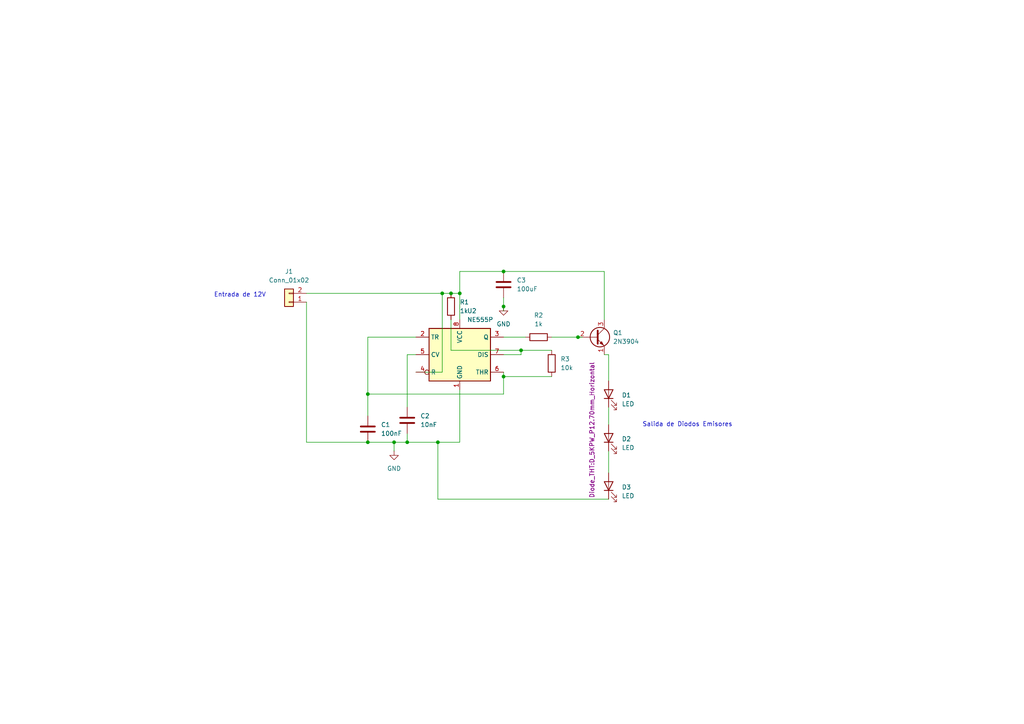
<source format=kicad_sch>
(kicad_sch
	(version 20250114)
	(generator "eeschema")
	(generator_version "9.0")
	(uuid "8083a9ed-a5b5-4c32-bc8c-34d6ea875c17")
	(paper "A4")
	(lib_symbols
		(symbol "Connector_Generic:Conn_01x02"
			(pin_names
				(offset 1.016)
				(hide yes)
			)
			(exclude_from_sim no)
			(in_bom yes)
			(on_board yes)
			(property "Reference" "J"
				(at 0 2.54 0)
				(effects
					(font
						(size 1.27 1.27)
					)
				)
			)
			(property "Value" "Conn_01x02"
				(at 0 -5.08 0)
				(effects
					(font
						(size 1.27 1.27)
					)
				)
			)
			(property "Footprint" ""
				(at 0 0 0)
				(effects
					(font
						(size 1.27 1.27)
					)
					(hide yes)
				)
			)
			(property "Datasheet" "~"
				(at 0 0 0)
				(effects
					(font
						(size 1.27 1.27)
					)
					(hide yes)
				)
			)
			(property "Description" "Generic connector, single row, 01x02, script generated (kicad-library-utils/schlib/autogen/connector/)"
				(at 0 0 0)
				(effects
					(font
						(size 1.27 1.27)
					)
					(hide yes)
				)
			)
			(property "ki_keywords" "connector"
				(at 0 0 0)
				(effects
					(font
						(size 1.27 1.27)
					)
					(hide yes)
				)
			)
			(property "ki_fp_filters" "Connector*:*_1x??_*"
				(at 0 0 0)
				(effects
					(font
						(size 1.27 1.27)
					)
					(hide yes)
				)
			)
			(symbol "Conn_01x02_1_1"
				(rectangle
					(start -1.27 1.27)
					(end 1.27 -3.81)
					(stroke
						(width 0.254)
						(type default)
					)
					(fill
						(type background)
					)
				)
				(rectangle
					(start -1.27 0.127)
					(end 0 -0.127)
					(stroke
						(width 0.1524)
						(type default)
					)
					(fill
						(type none)
					)
				)
				(rectangle
					(start -1.27 -2.413)
					(end 0 -2.667)
					(stroke
						(width 0.1524)
						(type default)
					)
					(fill
						(type none)
					)
				)
				(pin passive line
					(at -5.08 0 0)
					(length 3.81)
					(name "Pin_1"
						(effects
							(font
								(size 1.27 1.27)
							)
						)
					)
					(number "1"
						(effects
							(font
								(size 1.27 1.27)
							)
						)
					)
				)
				(pin passive line
					(at -5.08 -2.54 0)
					(length 3.81)
					(name "Pin_2"
						(effects
							(font
								(size 1.27 1.27)
							)
						)
					)
					(number "2"
						(effects
							(font
								(size 1.27 1.27)
							)
						)
					)
				)
			)
			(embedded_fonts no)
		)
		(symbol "Device:C"
			(pin_numbers
				(hide yes)
			)
			(pin_names
				(offset 0.254)
			)
			(exclude_from_sim no)
			(in_bom yes)
			(on_board yes)
			(property "Reference" "C"
				(at 0.635 2.54 0)
				(effects
					(font
						(size 1.27 1.27)
					)
					(justify left)
				)
			)
			(property "Value" "C"
				(at 0.635 -2.54 0)
				(effects
					(font
						(size 1.27 1.27)
					)
					(justify left)
				)
			)
			(property "Footprint" ""
				(at 0.9652 -3.81 0)
				(effects
					(font
						(size 1.27 1.27)
					)
					(hide yes)
				)
			)
			(property "Datasheet" "~"
				(at 0 0 0)
				(effects
					(font
						(size 1.27 1.27)
					)
					(hide yes)
				)
			)
			(property "Description" "Unpolarized capacitor"
				(at 0 0 0)
				(effects
					(font
						(size 1.27 1.27)
					)
					(hide yes)
				)
			)
			(property "ki_keywords" "cap capacitor"
				(at 0 0 0)
				(effects
					(font
						(size 1.27 1.27)
					)
					(hide yes)
				)
			)
			(property "ki_fp_filters" "C_*"
				(at 0 0 0)
				(effects
					(font
						(size 1.27 1.27)
					)
					(hide yes)
				)
			)
			(symbol "C_0_1"
				(polyline
					(pts
						(xy -2.032 0.762) (xy 2.032 0.762)
					)
					(stroke
						(width 0.508)
						(type default)
					)
					(fill
						(type none)
					)
				)
				(polyline
					(pts
						(xy -2.032 -0.762) (xy 2.032 -0.762)
					)
					(stroke
						(width 0.508)
						(type default)
					)
					(fill
						(type none)
					)
				)
			)
			(symbol "C_1_1"
				(pin passive line
					(at 0 3.81 270)
					(length 2.794)
					(name "~"
						(effects
							(font
								(size 1.27 1.27)
							)
						)
					)
					(number "1"
						(effects
							(font
								(size 1.27 1.27)
							)
						)
					)
				)
				(pin passive line
					(at 0 -3.81 90)
					(length 2.794)
					(name "~"
						(effects
							(font
								(size 1.27 1.27)
							)
						)
					)
					(number "2"
						(effects
							(font
								(size 1.27 1.27)
							)
						)
					)
				)
			)
			(embedded_fonts no)
		)
		(symbol "Device:LED"
			(pin_numbers
				(hide yes)
			)
			(pin_names
				(offset 1.016)
				(hide yes)
			)
			(exclude_from_sim no)
			(in_bom yes)
			(on_board yes)
			(property "Reference" "D"
				(at 0 2.54 0)
				(effects
					(font
						(size 1.27 1.27)
					)
				)
			)
			(property "Value" "LED"
				(at 0 -2.54 0)
				(effects
					(font
						(size 1.27 1.27)
					)
				)
			)
			(property "Footprint" ""
				(at 0 0 0)
				(effects
					(font
						(size 1.27 1.27)
					)
					(hide yes)
				)
			)
			(property "Datasheet" "~"
				(at 0 0 0)
				(effects
					(font
						(size 1.27 1.27)
					)
					(hide yes)
				)
			)
			(property "Description" "Light emitting diode"
				(at 0 0 0)
				(effects
					(font
						(size 1.27 1.27)
					)
					(hide yes)
				)
			)
			(property "Sim.Pins" "1=K 2=A"
				(at 0 0 0)
				(effects
					(font
						(size 1.27 1.27)
					)
					(hide yes)
				)
			)
			(property "ki_keywords" "LED diode"
				(at 0 0 0)
				(effects
					(font
						(size 1.27 1.27)
					)
					(hide yes)
				)
			)
			(property "ki_fp_filters" "LED* LED_SMD:* LED_THT:*"
				(at 0 0 0)
				(effects
					(font
						(size 1.27 1.27)
					)
					(hide yes)
				)
			)
			(symbol "LED_0_1"
				(polyline
					(pts
						(xy -3.048 -0.762) (xy -4.572 -2.286) (xy -3.81 -2.286) (xy -4.572 -2.286) (xy -4.572 -1.524)
					)
					(stroke
						(width 0)
						(type default)
					)
					(fill
						(type none)
					)
				)
				(polyline
					(pts
						(xy -1.778 -0.762) (xy -3.302 -2.286) (xy -2.54 -2.286) (xy -3.302 -2.286) (xy -3.302 -1.524)
					)
					(stroke
						(width 0)
						(type default)
					)
					(fill
						(type none)
					)
				)
				(polyline
					(pts
						(xy -1.27 0) (xy 1.27 0)
					)
					(stroke
						(width 0)
						(type default)
					)
					(fill
						(type none)
					)
				)
				(polyline
					(pts
						(xy -1.27 -1.27) (xy -1.27 1.27)
					)
					(stroke
						(width 0.254)
						(type default)
					)
					(fill
						(type none)
					)
				)
				(polyline
					(pts
						(xy 1.27 -1.27) (xy 1.27 1.27) (xy -1.27 0) (xy 1.27 -1.27)
					)
					(stroke
						(width 0.254)
						(type default)
					)
					(fill
						(type none)
					)
				)
			)
			(symbol "LED_1_1"
				(pin passive line
					(at -3.81 0 0)
					(length 2.54)
					(name "K"
						(effects
							(font
								(size 1.27 1.27)
							)
						)
					)
					(number "1"
						(effects
							(font
								(size 1.27 1.27)
							)
						)
					)
				)
				(pin passive line
					(at 3.81 0 180)
					(length 2.54)
					(name "A"
						(effects
							(font
								(size 1.27 1.27)
							)
						)
					)
					(number "2"
						(effects
							(font
								(size 1.27 1.27)
							)
						)
					)
				)
			)
			(embedded_fonts no)
		)
		(symbol "Device:R"
			(pin_numbers
				(hide yes)
			)
			(pin_names
				(offset 0)
			)
			(exclude_from_sim no)
			(in_bom yes)
			(on_board yes)
			(property "Reference" "R"
				(at 2.032 0 90)
				(effects
					(font
						(size 1.27 1.27)
					)
				)
			)
			(property "Value" "R"
				(at 0 0 90)
				(effects
					(font
						(size 1.27 1.27)
					)
				)
			)
			(property "Footprint" ""
				(at -1.778 0 90)
				(effects
					(font
						(size 1.27 1.27)
					)
					(hide yes)
				)
			)
			(property "Datasheet" "~"
				(at 0 0 0)
				(effects
					(font
						(size 1.27 1.27)
					)
					(hide yes)
				)
			)
			(property "Description" "Resistor"
				(at 0 0 0)
				(effects
					(font
						(size 1.27 1.27)
					)
					(hide yes)
				)
			)
			(property "ki_keywords" "R res resistor"
				(at 0 0 0)
				(effects
					(font
						(size 1.27 1.27)
					)
					(hide yes)
				)
			)
			(property "ki_fp_filters" "R_*"
				(at 0 0 0)
				(effects
					(font
						(size 1.27 1.27)
					)
					(hide yes)
				)
			)
			(symbol "R_0_1"
				(rectangle
					(start -1.016 -2.54)
					(end 1.016 2.54)
					(stroke
						(width 0.254)
						(type default)
					)
					(fill
						(type none)
					)
				)
			)
			(symbol "R_1_1"
				(pin passive line
					(at 0 3.81 270)
					(length 1.27)
					(name "~"
						(effects
							(font
								(size 1.27 1.27)
							)
						)
					)
					(number "1"
						(effects
							(font
								(size 1.27 1.27)
							)
						)
					)
				)
				(pin passive line
					(at 0 -3.81 90)
					(length 1.27)
					(name "~"
						(effects
							(font
								(size 1.27 1.27)
							)
						)
					)
					(number "2"
						(effects
							(font
								(size 1.27 1.27)
							)
						)
					)
				)
			)
			(embedded_fonts no)
		)
		(symbol "Timer:NE555P"
			(exclude_from_sim no)
			(in_bom yes)
			(on_board yes)
			(property "Reference" "U"
				(at -10.16 8.89 0)
				(effects
					(font
						(size 1.27 1.27)
					)
					(justify left)
				)
			)
			(property "Value" "NE555P"
				(at 2.54 8.89 0)
				(effects
					(font
						(size 1.27 1.27)
					)
					(justify left)
				)
			)
			(property "Footprint" "Package_DIP:DIP-8_W7.62mm"
				(at 16.51 -10.16 0)
				(effects
					(font
						(size 1.27 1.27)
					)
					(hide yes)
				)
			)
			(property "Datasheet" "http://www.ti.com/lit/ds/symlink/ne555.pdf"
				(at 21.59 -10.16 0)
				(effects
					(font
						(size 1.27 1.27)
					)
					(hide yes)
				)
			)
			(property "Description" "Precision Timers, 555 compatible,  PDIP-8"
				(at 0 0 0)
				(effects
					(font
						(size 1.27 1.27)
					)
					(hide yes)
				)
			)
			(property "ki_keywords" "single timer 555"
				(at 0 0 0)
				(effects
					(font
						(size 1.27 1.27)
					)
					(hide yes)
				)
			)
			(property "ki_fp_filters" "DIP*W7.62mm*"
				(at 0 0 0)
				(effects
					(font
						(size 1.27 1.27)
					)
					(hide yes)
				)
			)
			(symbol "NE555P_0_0"
				(pin power_in line
					(at 0 10.16 270)
					(length 2.54)
					(name "VCC"
						(effects
							(font
								(size 1.27 1.27)
							)
						)
					)
					(number "8"
						(effects
							(font
								(size 1.27 1.27)
							)
						)
					)
				)
				(pin power_in line
					(at 0 -10.16 90)
					(length 2.54)
					(name "GND"
						(effects
							(font
								(size 1.27 1.27)
							)
						)
					)
					(number "1"
						(effects
							(font
								(size 1.27 1.27)
							)
						)
					)
				)
			)
			(symbol "NE555P_0_1"
				(rectangle
					(start -8.89 -7.62)
					(end 8.89 7.62)
					(stroke
						(width 0.254)
						(type default)
					)
					(fill
						(type background)
					)
				)
				(rectangle
					(start -8.89 -7.62)
					(end 8.89 7.62)
					(stroke
						(width 0.254)
						(type default)
					)
					(fill
						(type background)
					)
				)
			)
			(symbol "NE555P_1_1"
				(pin input line
					(at -12.7 5.08 0)
					(length 3.81)
					(name "TR"
						(effects
							(font
								(size 1.27 1.27)
							)
						)
					)
					(number "2"
						(effects
							(font
								(size 1.27 1.27)
							)
						)
					)
				)
				(pin input line
					(at -12.7 0 0)
					(length 3.81)
					(name "CV"
						(effects
							(font
								(size 1.27 1.27)
							)
						)
					)
					(number "5"
						(effects
							(font
								(size 1.27 1.27)
							)
						)
					)
				)
				(pin input inverted
					(at -12.7 -5.08 0)
					(length 3.81)
					(name "R"
						(effects
							(font
								(size 1.27 1.27)
							)
						)
					)
					(number "4"
						(effects
							(font
								(size 1.27 1.27)
							)
						)
					)
				)
				(pin output line
					(at 12.7 5.08 180)
					(length 3.81)
					(name "Q"
						(effects
							(font
								(size 1.27 1.27)
							)
						)
					)
					(number "3"
						(effects
							(font
								(size 1.27 1.27)
							)
						)
					)
				)
				(pin input line
					(at 12.7 0 180)
					(length 3.81)
					(name "DIS"
						(effects
							(font
								(size 1.27 1.27)
							)
						)
					)
					(number "7"
						(effects
							(font
								(size 1.27 1.27)
							)
						)
					)
				)
				(pin input line
					(at 12.7 -5.08 180)
					(length 3.81)
					(name "THR"
						(effects
							(font
								(size 1.27 1.27)
							)
						)
					)
					(number "6"
						(effects
							(font
								(size 1.27 1.27)
							)
						)
					)
				)
			)
			(embedded_fonts no)
		)
		(symbol "Transistor_BJT:2N3904"
			(pin_names
				(offset 0)
				(hide yes)
			)
			(exclude_from_sim no)
			(in_bom yes)
			(on_board yes)
			(property "Reference" "Q"
				(at 5.08 1.905 0)
				(effects
					(font
						(size 1.27 1.27)
					)
					(justify left)
				)
			)
			(property "Value" "2N3904"
				(at 5.08 0 0)
				(effects
					(font
						(size 1.27 1.27)
					)
					(justify left)
				)
			)
			(property "Footprint" "Package_TO_SOT_THT:TO-92_Inline"
				(at 5.08 -1.905 0)
				(effects
					(font
						(size 1.27 1.27)
						(italic yes)
					)
					(justify left)
					(hide yes)
				)
			)
			(property "Datasheet" "https://www.onsemi.com/pub/Collateral/2N3903-D.PDF"
				(at 0 0 0)
				(effects
					(font
						(size 1.27 1.27)
					)
					(justify left)
					(hide yes)
				)
			)
			(property "Description" "0.2A Ic, 40V Vce, Small Signal NPN Transistor, TO-92"
				(at 0 0 0)
				(effects
					(font
						(size 1.27 1.27)
					)
					(hide yes)
				)
			)
			(property "ki_keywords" "NPN Transistor"
				(at 0 0 0)
				(effects
					(font
						(size 1.27 1.27)
					)
					(hide yes)
				)
			)
			(property "ki_fp_filters" "TO?92*"
				(at 0 0 0)
				(effects
					(font
						(size 1.27 1.27)
					)
					(hide yes)
				)
			)
			(symbol "2N3904_0_1"
				(polyline
					(pts
						(xy -2.54 0) (xy 0.635 0)
					)
					(stroke
						(width 0)
						(type default)
					)
					(fill
						(type none)
					)
				)
				(polyline
					(pts
						(xy 0.635 1.905) (xy 0.635 -1.905)
					)
					(stroke
						(width 0.508)
						(type default)
					)
					(fill
						(type none)
					)
				)
				(circle
					(center 1.27 0)
					(radius 2.8194)
					(stroke
						(width 0.254)
						(type default)
					)
					(fill
						(type none)
					)
				)
			)
			(symbol "2N3904_1_1"
				(polyline
					(pts
						(xy 0.635 0.635) (xy 2.54 2.54)
					)
					(stroke
						(width 0)
						(type default)
					)
					(fill
						(type none)
					)
				)
				(polyline
					(pts
						(xy 0.635 -0.635) (xy 2.54 -2.54)
					)
					(stroke
						(width 0)
						(type default)
					)
					(fill
						(type none)
					)
				)
				(polyline
					(pts
						(xy 1.27 -1.778) (xy 1.778 -1.27) (xy 2.286 -2.286) (xy 1.27 -1.778)
					)
					(stroke
						(width 0)
						(type default)
					)
					(fill
						(type outline)
					)
				)
				(pin input line
					(at -5.08 0 0)
					(length 2.54)
					(name "B"
						(effects
							(font
								(size 1.27 1.27)
							)
						)
					)
					(number "2"
						(effects
							(font
								(size 1.27 1.27)
							)
						)
					)
				)
				(pin passive line
					(at 2.54 5.08 270)
					(length 2.54)
					(name "C"
						(effects
							(font
								(size 1.27 1.27)
							)
						)
					)
					(number "3"
						(effects
							(font
								(size 1.27 1.27)
							)
						)
					)
				)
				(pin passive line
					(at 2.54 -5.08 90)
					(length 2.54)
					(name "E"
						(effects
							(font
								(size 1.27 1.27)
							)
						)
					)
					(number "1"
						(effects
							(font
								(size 1.27 1.27)
							)
						)
					)
				)
			)
			(embedded_fonts no)
		)
		(symbol "power:GND"
			(power)
			(pin_numbers
				(hide yes)
			)
			(pin_names
				(offset 0)
				(hide yes)
			)
			(exclude_from_sim no)
			(in_bom yes)
			(on_board yes)
			(property "Reference" "#PWR"
				(at 0 -6.35 0)
				(effects
					(font
						(size 1.27 1.27)
					)
					(hide yes)
				)
			)
			(property "Value" "GND"
				(at 0 -3.81 0)
				(effects
					(font
						(size 1.27 1.27)
					)
				)
			)
			(property "Footprint" ""
				(at 0 0 0)
				(effects
					(font
						(size 1.27 1.27)
					)
					(hide yes)
				)
			)
			(property "Datasheet" ""
				(at 0 0 0)
				(effects
					(font
						(size 1.27 1.27)
					)
					(hide yes)
				)
			)
			(property "Description" "Power symbol creates a global label with name \"GND\" , ground"
				(at 0 0 0)
				(effects
					(font
						(size 1.27 1.27)
					)
					(hide yes)
				)
			)
			(property "ki_keywords" "global power"
				(at 0 0 0)
				(effects
					(font
						(size 1.27 1.27)
					)
					(hide yes)
				)
			)
			(symbol "GND_0_1"
				(polyline
					(pts
						(xy 0 0) (xy 0 -1.27) (xy 1.27 -1.27) (xy 0 -2.54) (xy -1.27 -1.27) (xy 0 -1.27)
					)
					(stroke
						(width 0)
						(type default)
					)
					(fill
						(type none)
					)
				)
			)
			(symbol "GND_1_1"
				(pin power_in line
					(at 0 0 270)
					(length 0)
					(name "~"
						(effects
							(font
								(size 1.27 1.27)
							)
						)
					)
					(number "1"
						(effects
							(font
								(size 1.27 1.27)
							)
						)
					)
				)
			)
			(embedded_fonts no)
		)
	)
	(text "Entrada de 12V"
		(exclude_from_sim no)
		(at 69.596 85.598 0)
		(effects
			(font
				(size 1.27 1.27)
			)
		)
		(uuid "0a7b9ca0-d3fe-43c8-8c60-0c1d7f79da04")
	)
	(text "Salida de Diodos Emisores"
		(exclude_from_sim no)
		(at 199.39 123.19 0)
		(effects
			(font
				(size 1.27 1.27)
			)
		)
		(uuid "a18945da-bc85-4dff-b640-f7044bb22314")
	)
	(junction
		(at 118.11 128.27)
		(diameter 0)
		(color 0 0 0 0)
		(uuid "14e57093-633b-47d8-93b8-80e354720391")
	)
	(junction
		(at 114.3 128.27)
		(diameter 0)
		(color 0 0 0 0)
		(uuid "376a20dc-dd73-4ed8-bb2a-a09357ad01ee")
	)
	(junction
		(at 106.68 114.3)
		(diameter 0)
		(color 0 0 0 0)
		(uuid "3ca1b48d-0cb9-4772-8797-b9ee486dedda")
	)
	(junction
		(at 146.05 88.9)
		(diameter 0)
		(color 0 0 0 0)
		(uuid "3f4d498d-32a2-43d0-9837-267d6e0e677b")
	)
	(junction
		(at 146.05 109.22)
		(diameter 0)
		(color 0 0 0 0)
		(uuid "4546f969-af08-4748-9cb1-a0ebc6b34acf")
	)
	(junction
		(at 130.81 85.09)
		(diameter 0)
		(color 0 0 0 0)
		(uuid "60421b54-4b26-43a1-a7cd-381dc159f9d2")
	)
	(junction
		(at 151.13 101.6)
		(diameter 0)
		(color 0 0 0 0)
		(uuid "72f562bd-671e-4c2b-9ff3-ecaf69af25b6")
	)
	(junction
		(at 127 128.27)
		(diameter 0)
		(color 0 0 0 0)
		(uuid "773e7a39-515c-493f-8e3e-590a6c33d28e")
	)
	(junction
		(at 106.68 128.27)
		(diameter 0)
		(color 0 0 0 0)
		(uuid "8d9c4e57-a31c-4d97-9891-788b482ab289")
	)
	(junction
		(at 146.05 78.74)
		(diameter 0)
		(color 0 0 0 0)
		(uuid "96294492-77cd-4a94-bbe3-d34bd5717d48")
	)
	(junction
		(at 167.64 97.79)
		(diameter 0)
		(color 0 0 0 0)
		(uuid "9d38e60a-d8b9-492f-84c3-2011c4377f6d")
	)
	(junction
		(at 133.35 85.09)
		(diameter 0)
		(color 0 0 0 0)
		(uuid "cfc6ada3-9ac1-4b23-9496-98821aaa04cc")
	)
	(junction
		(at 128.27 85.09)
		(diameter 0)
		(color 0 0 0 0)
		(uuid "de1838e8-8a36-44d7-907a-310cb4c8a229")
	)
	(wire
		(pts
			(xy 106.68 128.27) (xy 114.3 128.27)
		)
		(stroke
			(width 0)
			(type default)
		)
		(uuid "01a7a33d-40a3-4922-90c4-ab75bf200267")
	)
	(wire
		(pts
			(xy 88.9 85.09) (xy 128.27 85.09)
		)
		(stroke
			(width 0)
			(type default)
		)
		(uuid "11c7cbba-6e4a-4219-ba79-14d0b1119329")
	)
	(wire
		(pts
			(xy 133.35 128.27) (xy 127 128.27)
		)
		(stroke
			(width 0)
			(type default)
		)
		(uuid "24fda527-e67e-4272-9e63-efe0337e5560")
	)
	(wire
		(pts
			(xy 120.65 107.95) (xy 128.27 107.95)
		)
		(stroke
			(width 0)
			(type default)
		)
		(uuid "2b2399d4-403f-4d0a-8e20-4718730aeab4")
	)
	(wire
		(pts
			(xy 175.26 78.74) (xy 146.05 78.74)
		)
		(stroke
			(width 0)
			(type default)
		)
		(uuid "2d83dca8-fad6-43ea-9141-77fbb9e12851")
	)
	(wire
		(pts
			(xy 127 144.78) (xy 127 128.27)
		)
		(stroke
			(width 0)
			(type default)
		)
		(uuid "41e92568-ad62-4252-98df-fd2fa7b570b1")
	)
	(wire
		(pts
			(xy 114.3 128.27) (xy 114.3 130.81)
		)
		(stroke
			(width 0)
			(type default)
		)
		(uuid "43f2bcd8-e66d-4302-a8df-76446f83809e")
	)
	(wire
		(pts
			(xy 106.68 97.79) (xy 106.68 114.3)
		)
		(stroke
			(width 0)
			(type default)
		)
		(uuid "4e2022e0-0a71-47bb-9cc6-8440e0158a93")
	)
	(wire
		(pts
			(xy 146.05 109.22) (xy 146.05 114.3)
		)
		(stroke
			(width 0)
			(type default)
		)
		(uuid "55310136-513f-4775-8d55-d8bb2ee35350")
	)
	(wire
		(pts
			(xy 176.53 130.81) (xy 176.53 137.16)
		)
		(stroke
			(width 0)
			(type default)
		)
		(uuid "5ba43583-943c-4b9c-8995-dc4245fd5c13")
	)
	(wire
		(pts
			(xy 175.26 92.71) (xy 175.26 78.74)
		)
		(stroke
			(width 0)
			(type default)
		)
		(uuid "5c7d57cd-2cd9-4d16-88bf-ef1a248706f1")
	)
	(wire
		(pts
			(xy 130.81 101.6) (xy 151.13 101.6)
		)
		(stroke
			(width 0)
			(type default)
		)
		(uuid "6a474e64-a4e7-437d-90ad-dc09ed3018bd")
	)
	(wire
		(pts
			(xy 146.05 107.95) (xy 146.05 109.22)
		)
		(stroke
			(width 0)
			(type default)
		)
		(uuid "6c86432f-5267-4b5c-8309-d67762607473")
	)
	(wire
		(pts
			(xy 146.05 88.9) (xy 146.05 90.17)
		)
		(stroke
			(width 0)
			(type default)
		)
		(uuid "6e269849-6ad2-431e-876b-9440e6fcd29a")
	)
	(wire
		(pts
			(xy 130.81 85.09) (xy 133.35 85.09)
		)
		(stroke
			(width 0)
			(type default)
		)
		(uuid "710a6e95-a842-439e-9aa4-000b6f8441c4")
	)
	(wire
		(pts
			(xy 176.53 118.11) (xy 176.53 123.19)
		)
		(stroke
			(width 0)
			(type default)
		)
		(uuid "7c3601cf-64c6-4f71-8294-90deb96749ba")
	)
	(wire
		(pts
			(xy 118.11 102.87) (xy 118.11 118.11)
		)
		(stroke
			(width 0)
			(type default)
		)
		(uuid "7e751cd3-039b-427c-be7e-530eac514e00")
	)
	(wire
		(pts
			(xy 118.11 128.27) (xy 114.3 128.27)
		)
		(stroke
			(width 0)
			(type default)
		)
		(uuid "7fbb20f3-459b-4981-b498-f244f21778d5")
	)
	(wire
		(pts
			(xy 151.13 102.87) (xy 151.13 101.6)
		)
		(stroke
			(width 0)
			(type default)
		)
		(uuid "86062bb4-6b19-423f-b46b-b54ee79979f6")
	)
	(wire
		(pts
			(xy 146.05 102.87) (xy 151.13 102.87)
		)
		(stroke
			(width 0)
			(type default)
		)
		(uuid "8667a250-3cc2-4a2f-83ef-6ee61210e66f")
	)
	(wire
		(pts
			(xy 120.65 97.79) (xy 106.68 97.79)
		)
		(stroke
			(width 0)
			(type default)
		)
		(uuid "885bf441-066e-4f82-9faf-27af7527a81a")
	)
	(wire
		(pts
			(xy 167.64 97.79) (xy 168.91 97.79)
		)
		(stroke
			(width 0)
			(type default)
		)
		(uuid "8b1b4da4-12a6-4baf-b9cb-097d34918ade")
	)
	(wire
		(pts
			(xy 88.9 128.27) (xy 106.68 128.27)
		)
		(stroke
			(width 0)
			(type default)
		)
		(uuid "96cb19e1-2e9d-4194-a181-316b932c6be5")
	)
	(wire
		(pts
			(xy 133.35 85.09) (xy 133.35 92.71)
		)
		(stroke
			(width 0)
			(type default)
		)
		(uuid "99789793-cb7f-40eb-a1a5-7fbc95beeb09")
	)
	(wire
		(pts
			(xy 146.05 86.36) (xy 146.05 88.9)
		)
		(stroke
			(width 0)
			(type default)
		)
		(uuid "a484a6da-4439-4a8b-a7e3-121a6f0a7072")
	)
	(wire
		(pts
			(xy 176.53 144.78) (xy 127 144.78)
		)
		(stroke
			(width 0)
			(type default)
		)
		(uuid "aa51eee1-2b8a-49b7-af67-fe5f13b6b6c3")
	)
	(wire
		(pts
			(xy 146.05 97.79) (xy 152.4 97.79)
		)
		(stroke
			(width 0)
			(type default)
		)
		(uuid "ae0b4540-2773-4241-ae57-8a92ef08a577")
	)
	(wire
		(pts
			(xy 146.05 78.74) (xy 133.35 78.74)
		)
		(stroke
			(width 0)
			(type default)
		)
		(uuid "bc85edbf-60ff-48c3-b2a9-54826c9fc5ff")
	)
	(wire
		(pts
			(xy 127 128.27) (xy 118.11 128.27)
		)
		(stroke
			(width 0)
			(type default)
		)
		(uuid "c0f722ed-ec08-4970-bc00-e8d1553e3bc0")
	)
	(wire
		(pts
			(xy 133.35 113.03) (xy 133.35 128.27)
		)
		(stroke
			(width 0)
			(type default)
		)
		(uuid "c761c71d-bf9e-4488-a36f-7de92681bacb")
	)
	(wire
		(pts
			(xy 118.11 125.73) (xy 118.11 128.27)
		)
		(stroke
			(width 0)
			(type default)
		)
		(uuid "cd11330d-36d8-49a1-a56c-b7c5444e6f70")
	)
	(wire
		(pts
			(xy 88.9 87.63) (xy 88.9 128.27)
		)
		(stroke
			(width 0)
			(type default)
		)
		(uuid "d78d09ec-db5f-416d-8f08-c04c39385005")
	)
	(wire
		(pts
			(xy 133.35 78.74) (xy 133.35 85.09)
		)
		(stroke
			(width 0)
			(type default)
		)
		(uuid "d84dfe82-1cdc-4e02-a973-6eca7120253e")
	)
	(wire
		(pts
			(xy 151.13 101.6) (xy 160.02 101.6)
		)
		(stroke
			(width 0)
			(type default)
		)
		(uuid "da2ae839-14ae-44f4-9e2f-8c18e2abf4f5")
	)
	(wire
		(pts
			(xy 146.05 114.3) (xy 106.68 114.3)
		)
		(stroke
			(width 0)
			(type default)
		)
		(uuid "da36dfe8-df1d-456f-bbd3-c054c1861937")
	)
	(wire
		(pts
			(xy 146.05 109.22) (xy 160.02 109.22)
		)
		(stroke
			(width 0)
			(type default)
		)
		(uuid "e249df16-8b21-46ac-b3f5-a207dfb86c2c")
	)
	(wire
		(pts
			(xy 130.81 92.71) (xy 130.81 101.6)
		)
		(stroke
			(width 0)
			(type default)
		)
		(uuid "e3ce72bb-bd10-468d-9320-c510cefc9179")
	)
	(wire
		(pts
			(xy 106.68 114.3) (xy 106.68 120.65)
		)
		(stroke
			(width 0)
			(type default)
		)
		(uuid "e9abd476-4e6b-4ba3-88ac-38801eef3d7c")
	)
	(wire
		(pts
			(xy 160.02 97.79) (xy 167.64 97.79)
		)
		(stroke
			(width 0)
			(type default)
		)
		(uuid "f5ce39a3-a7f1-43c7-af16-4392442cbbc3")
	)
	(wire
		(pts
			(xy 120.65 102.87) (xy 118.11 102.87)
		)
		(stroke
			(width 0)
			(type default)
		)
		(uuid "f712d311-5931-4468-b9a2-dfde52f3252a")
	)
	(wire
		(pts
			(xy 176.53 110.49) (xy 176.53 102.87)
		)
		(stroke
			(width 0)
			(type default)
		)
		(uuid "f93494d3-6d56-4980-a160-71c67fafa0ce")
	)
	(wire
		(pts
			(xy 128.27 107.95) (xy 128.27 85.09)
		)
		(stroke
			(width 0)
			(type default)
		)
		(uuid "fd70dc87-1f11-473f-a0de-bf8773f7e808")
	)
	(wire
		(pts
			(xy 128.27 85.09) (xy 130.81 85.09)
		)
		(stroke
			(width 0)
			(type default)
		)
		(uuid "fdaf2c83-0ef5-4cd4-af17-b01b58b43306")
	)
	(wire
		(pts
			(xy 176.53 102.87) (xy 175.26 102.87)
		)
		(stroke
			(width 0)
			(type default)
		)
		(uuid "ff3bd900-997d-4e3f-b9c3-60b4cd7950d2")
	)
	(symbol
		(lib_id "Device:R")
		(at 130.81 88.9 0)
		(unit 1)
		(exclude_from_sim no)
		(in_bom yes)
		(on_board yes)
		(dnp no)
		(fields_autoplaced yes)
		(uuid "1a65f57e-8919-4e82-859a-f7b241a83d84")
		(property "Reference" "R1"
			(at 133.35 87.6299 0)
			(effects
				(font
					(size 1.27 1.27)
				)
				(justify left)
			)
		)
		(property "Value" "1k"
			(at 133.35 90.1699 0)
			(effects
				(font
					(size 1.27 1.27)
				)
				(justify left)
			)
		)
		(property "Footprint" "Resistor_THT:R_Axial_DIN0204_L3.6mm_D1.6mm_P7.62mm_Horizontal"
			(at 129.032 88.9 90)
			(effects
				(font
					(size 1.27 1.27)
				)
				(hide yes)
			)
		)
		(property "Datasheet" "~"
			(at 130.81 88.9 0)
			(effects
				(font
					(size 1.27 1.27)
				)
				(hide yes)
			)
		)
		(property "Description" "Resistor"
			(at 130.81 88.9 0)
			(effects
				(font
					(size 1.27 1.27)
				)
				(hide yes)
			)
		)
		(pin "2"
			(uuid "eb5dbcbb-e775-49d1-bce0-728e4f90117a")
		)
		(pin "1"
			(uuid "a7fa59b8-98f4-42e1-89b1-4c0084ca5cbc")
		)
		(instances
			(project ""
				(path "/8083a9ed-a5b5-4c32-bc8c-34d6ea875c17"
					(reference "R1")
					(unit 1)
				)
			)
		)
	)
	(symbol
		(lib_id "Device:C")
		(at 146.05 82.55 0)
		(unit 1)
		(exclude_from_sim no)
		(in_bom yes)
		(on_board yes)
		(dnp no)
		(fields_autoplaced yes)
		(uuid "2d636598-f59a-4eb6-9b65-ae3daa4844aa")
		(property "Reference" "C3"
			(at 149.86 81.2799 0)
			(effects
				(font
					(size 1.27 1.27)
				)
				(justify left)
			)
		)
		(property "Value" "100uF"
			(at 149.86 83.8199 0)
			(effects
				(font
					(size 1.27 1.27)
				)
				(justify left)
			)
		)
		(property "Footprint" "Capacitor_THT:C_Radial_D5.0mm_H5.0mm_P2.00mm"
			(at 147.0152 86.36 0)
			(effects
				(font
					(size 1.27 1.27)
				)
				(hide yes)
			)
		)
		(property "Datasheet" "~"
			(at 146.05 82.55 0)
			(effects
				(font
					(size 1.27 1.27)
				)
				(hide yes)
			)
		)
		(property "Description" "Unpolarized capacitor"
			(at 146.05 82.55 0)
			(effects
				(font
					(size 1.27 1.27)
				)
				(hide yes)
			)
		)
		(pin "2"
			(uuid "d718b993-7087-4dda-9dcc-32f56e41ed5c")
		)
		(pin "1"
			(uuid "4d76c5fe-2efd-46ec-a59e-33256f97d38a")
		)
		(instances
			(project ""
				(path "/8083a9ed-a5b5-4c32-bc8c-34d6ea875c17"
					(reference "C3")
					(unit 1)
				)
			)
		)
	)
	(symbol
		(lib_id "Device:C")
		(at 106.68 124.46 0)
		(unit 1)
		(exclude_from_sim no)
		(in_bom yes)
		(on_board yes)
		(dnp no)
		(fields_autoplaced yes)
		(uuid "33d05fe4-17fc-4f4a-bccf-c0de5a9d687f")
		(property "Reference" "C1"
			(at 110.49 123.1899 0)
			(effects
				(font
					(size 1.27 1.27)
				)
				(justify left)
			)
		)
		(property "Value" "100nF"
			(at 110.49 125.7299 0)
			(effects
				(font
					(size 1.27 1.27)
				)
				(justify left)
			)
		)
		(property "Footprint" "Capacitor_THT:C_Radial_D5.0mm_H5.0mm_P2.00mm"
			(at 107.6452 128.27 0)
			(effects
				(font
					(size 1.27 1.27)
				)
				(hide yes)
			)
		)
		(property "Datasheet" "~"
			(at 106.68 124.46 0)
			(effects
				(font
					(size 1.27 1.27)
				)
				(hide yes)
			)
		)
		(property "Description" "Unpolarized capacitor"
			(at 106.68 124.46 0)
			(effects
				(font
					(size 1.27 1.27)
				)
				(hide yes)
			)
		)
		(pin "1"
			(uuid "23dbd52b-4114-492b-a179-494ebbb681f3")
		)
		(pin "2"
			(uuid "4252edf8-ed07-4256-8048-75b85148d930")
		)
		(instances
			(project ""
				(path "/8083a9ed-a5b5-4c32-bc8c-34d6ea875c17"
					(reference "C1")
					(unit 1)
				)
			)
		)
	)
	(symbol
		(lib_id "Device:LED")
		(at 176.53 127 90)
		(unit 1)
		(exclude_from_sim no)
		(in_bom yes)
		(on_board yes)
		(dnp no)
		(uuid "59ce1822-2332-4311-a79a-1ad5bebaf3bc")
		(property "Reference" "D2"
			(at 180.34 127.3174 90)
			(effects
				(font
					(size 1.27 1.27)
				)
				(justify right)
			)
		)
		(property "Value" "LED"
			(at 180.34 129.8574 90)
			(effects
				(font
					(size 1.27 1.27)
				)
				(justify right)
			)
		)
		(property "Footprint" "Diode_THT:D_5KPW_P12.70mm_Horizontal"
			(at 171.704 124.714 0)
			(effects
				(font
					(size 1.27 1.27)
				)
			)
		)
		(property "Datasheet" "~"
			(at 176.53 127 0)
			(effects
				(font
					(size 1.27 1.27)
				)
				(hide yes)
			)
		)
		(property "Description" "Light emitting diode"
			(at 176.53 127 0)
			(effects
				(font
					(size 1.27 1.27)
				)
				(hide yes)
			)
		)
		(property "Sim.Pins" "1=K 2=A"
			(at 176.53 127 0)
			(effects
				(font
					(size 1.27 1.27)
				)
				(hide yes)
			)
		)
		(pin "2"
			(uuid "af60e76b-1185-48fd-a182-53e9179b25d3")
		)
		(pin "1"
			(uuid "5c4614ea-f893-4b4e-8e5c-eeeb817ac41a")
		)
		(instances
			(project ""
				(path "/8083a9ed-a5b5-4c32-bc8c-34d6ea875c17"
					(reference "D2")
					(unit 1)
				)
			)
		)
	)
	(symbol
		(lib_id "Device:LED")
		(at 176.53 114.3 90)
		(unit 1)
		(exclude_from_sim no)
		(in_bom yes)
		(on_board yes)
		(dnp no)
		(fields_autoplaced yes)
		(uuid "5fa712e0-0741-44bb-9758-b75ebff2c15a")
		(property "Reference" "D1"
			(at 180.34 114.6174 90)
			(effects
				(font
					(size 1.27 1.27)
				)
				(justify right)
			)
		)
		(property "Value" "LED"
			(at 180.34 117.1574 90)
			(effects
				(font
					(size 1.27 1.27)
				)
				(justify right)
			)
		)
		(property "Footprint" "Diode_THT:D_5KPW_P12.70mm_Horizontal"
			(at 176.53 114.3 0)
			(effects
				(font
					(size 1.27 1.27)
				)
				(hide yes)
			)
		)
		(property "Datasheet" "~"
			(at 176.53 114.3 0)
			(effects
				(font
					(size 1.27 1.27)
				)
				(hide yes)
			)
		)
		(property "Description" "Light emitting diode"
			(at 176.53 114.3 0)
			(effects
				(font
					(size 1.27 1.27)
				)
				(hide yes)
			)
		)
		(property "Sim.Pins" "1=K 2=A"
			(at 176.53 114.3 0)
			(effects
				(font
					(size 1.27 1.27)
				)
				(hide yes)
			)
		)
		(pin "1"
			(uuid "8b7c2594-c0b6-4d91-bffb-a5365ae6bda6")
		)
		(pin "2"
			(uuid "a6bc291b-132c-4c32-9234-9c6c5318c0e1")
		)
		(instances
			(project ""
				(path "/8083a9ed-a5b5-4c32-bc8c-34d6ea875c17"
					(reference "D1")
					(unit 1)
				)
			)
		)
	)
	(symbol
		(lib_id "Device:R")
		(at 156.21 97.79 90)
		(unit 1)
		(exclude_from_sim no)
		(in_bom yes)
		(on_board yes)
		(dnp no)
		(fields_autoplaced yes)
		(uuid "7578d51b-560d-4c62-aa3b-c3a53e159bda")
		(property "Reference" "R2"
			(at 156.21 91.44 90)
			(effects
				(font
					(size 1.27 1.27)
				)
			)
		)
		(property "Value" "1k"
			(at 156.21 93.98 90)
			(effects
				(font
					(size 1.27 1.27)
				)
			)
		)
		(property "Footprint" "Resistor_THT:R_Axial_DIN0204_L3.6mm_D1.6mm_P7.62mm_Horizontal"
			(at 156.21 99.568 90)
			(effects
				(font
					(size 1.27 1.27)
				)
				(hide yes)
			)
		)
		(property "Datasheet" "~"
			(at 156.21 97.79 0)
			(effects
				(font
					(size 1.27 1.27)
				)
				(hide yes)
			)
		)
		(property "Description" "Resistor"
			(at 156.21 97.79 0)
			(effects
				(font
					(size 1.27 1.27)
				)
				(hide yes)
			)
		)
		(pin "1"
			(uuid "8431e923-d5b9-4f61-8d13-f2941bc0b658")
		)
		(pin "2"
			(uuid "c0911015-359c-48ed-855d-1eb0c2a6bd4b")
		)
		(instances
			(project ""
				(path "/8083a9ed-a5b5-4c32-bc8c-34d6ea875c17"
					(reference "R2")
					(unit 1)
				)
			)
		)
	)
	(symbol
		(lib_id "Transistor_BJT:2N3904")
		(at 172.72 97.79 0)
		(unit 1)
		(exclude_from_sim no)
		(in_bom yes)
		(on_board yes)
		(dnp no)
		(fields_autoplaced yes)
		(uuid "794ef7c1-a9d1-46c9-9e3f-e60a44c06c5e")
		(property "Reference" "Q1"
			(at 177.8 96.5199 0)
			(effects
				(font
					(size 1.27 1.27)
				)
				(justify left)
			)
		)
		(property "Value" "2N3904"
			(at 177.8 99.0599 0)
			(effects
				(font
					(size 1.27 1.27)
				)
				(justify left)
			)
		)
		(property "Footprint" "Package_TO_SOT_THT:TO-92_Inline"
			(at 177.8 99.695 0)
			(effects
				(font
					(size 1.27 1.27)
					(italic yes)
				)
				(justify left)
				(hide yes)
			)
		)
		(property "Datasheet" "https://www.onsemi.com/pub/Collateral/2N3903-D.PDF"
			(at 172.72 97.79 0)
			(effects
				(font
					(size 1.27 1.27)
				)
				(justify left)
				(hide yes)
			)
		)
		(property "Description" "0.2A Ic, 40V Vce, Small Signal NPN Transistor, TO-92"
			(at 172.72 97.79 0)
			(effects
				(font
					(size 1.27 1.27)
				)
				(hide yes)
			)
		)
		(pin "2"
			(uuid "3731eaa2-5cca-4a08-8e39-c5ae00a476d4")
		)
		(pin "3"
			(uuid "8779e06d-aed6-4a56-b8bc-f0bab1f1ad6a")
		)
		(pin "1"
			(uuid "2e140227-3b48-471d-8815-fcb6ea4e493e")
		)
		(instances
			(project ""
				(path "/8083a9ed-a5b5-4c32-bc8c-34d6ea875c17"
					(reference "Q1")
					(unit 1)
				)
			)
		)
	)
	(symbol
		(lib_id "power:GND")
		(at 146.05 88.9 0)
		(unit 1)
		(exclude_from_sim no)
		(in_bom yes)
		(on_board yes)
		(dnp no)
		(fields_autoplaced yes)
		(uuid "83f3b912-7f56-4c98-bb65-f2338b9b74e9")
		(property "Reference" "#PWR01"
			(at 146.05 95.25 0)
			(effects
				(font
					(size 1.27 1.27)
				)
				(hide yes)
			)
		)
		(property "Value" "GND"
			(at 146.05 93.98 0)
			(effects
				(font
					(size 1.27 1.27)
				)
			)
		)
		(property "Footprint" ""
			(at 146.05 88.9 0)
			(effects
				(font
					(size 1.27 1.27)
				)
				(hide yes)
			)
		)
		(property "Datasheet" ""
			(at 146.05 88.9 0)
			(effects
				(font
					(size 1.27 1.27)
				)
				(hide yes)
			)
		)
		(property "Description" "Power symbol creates a global label with name \"GND\" , ground"
			(at 146.05 88.9 0)
			(effects
				(font
					(size 1.27 1.27)
				)
				(hide yes)
			)
		)
		(pin "1"
			(uuid "f4e64682-20c4-4bd8-969b-385f3e88d9c4")
		)
		(instances
			(project ""
				(path "/8083a9ed-a5b5-4c32-bc8c-34d6ea875c17"
					(reference "#PWR01")
					(unit 1)
				)
			)
		)
	)
	(symbol
		(lib_id "power:GND")
		(at 114.3 130.81 0)
		(unit 1)
		(exclude_from_sim no)
		(in_bom yes)
		(on_board yes)
		(dnp no)
		(fields_autoplaced yes)
		(uuid "8cb67f17-2384-4ec6-88bf-d9c179149e91")
		(property "Reference" "#PWR02"
			(at 114.3 137.16 0)
			(effects
				(font
					(size 1.27 1.27)
				)
				(hide yes)
			)
		)
		(property "Value" "GND"
			(at 114.3 135.89 0)
			(effects
				(font
					(size 1.27 1.27)
				)
			)
		)
		(property "Footprint" ""
			(at 114.3 130.81 0)
			(effects
				(font
					(size 1.27 1.27)
				)
				(hide yes)
			)
		)
		(property "Datasheet" ""
			(at 114.3 130.81 0)
			(effects
				(font
					(size 1.27 1.27)
				)
				(hide yes)
			)
		)
		(property "Description" "Power symbol creates a global label with name \"GND\" , ground"
			(at 114.3 130.81 0)
			(effects
				(font
					(size 1.27 1.27)
				)
				(hide yes)
			)
		)
		(pin "1"
			(uuid "43d6d949-dbc8-4284-ab5b-a9060d4b29ba")
		)
		(instances
			(project ""
				(path "/8083a9ed-a5b5-4c32-bc8c-34d6ea875c17"
					(reference "#PWR02")
					(unit 1)
				)
			)
		)
	)
	(symbol
		(lib_id "Device:C")
		(at 118.11 121.92 0)
		(unit 1)
		(exclude_from_sim no)
		(in_bom yes)
		(on_board yes)
		(dnp no)
		(fields_autoplaced yes)
		(uuid "c04b6c08-dd5e-43cf-8c71-5538762f9a75")
		(property "Reference" "C2"
			(at 121.92 120.6499 0)
			(effects
				(font
					(size 1.27 1.27)
				)
				(justify left)
			)
		)
		(property "Value" "10nF"
			(at 121.92 123.1899 0)
			(effects
				(font
					(size 1.27 1.27)
				)
				(justify left)
			)
		)
		(property "Footprint" "Capacitor_THT:C_Radial_D5.0mm_H5.0mm_P2.00mm"
			(at 119.0752 125.73 0)
			(effects
				(font
					(size 1.27 1.27)
				)
				(hide yes)
			)
		)
		(property "Datasheet" "~"
			(at 118.11 121.92 0)
			(effects
				(font
					(size 1.27 1.27)
				)
				(hide yes)
			)
		)
		(property "Description" "Unpolarized capacitor"
			(at 118.11 121.92 0)
			(effects
				(font
					(size 1.27 1.27)
				)
				(hide yes)
			)
		)
		(pin "2"
			(uuid "fb7fb514-c0ee-4d7d-a871-9411a53270c6")
		)
		(pin "1"
			(uuid "56a49a7f-1f08-444c-80fc-7cfbd393d983")
		)
		(instances
			(project ""
				(path "/8083a9ed-a5b5-4c32-bc8c-34d6ea875c17"
					(reference "C2")
					(unit 1)
				)
			)
		)
	)
	(symbol
		(lib_id "Connector_Generic:Conn_01x02")
		(at 83.82 87.63 180)
		(unit 1)
		(exclude_from_sim no)
		(in_bom yes)
		(on_board yes)
		(dnp no)
		(fields_autoplaced yes)
		(uuid "e29521f4-9018-4b88-91e0-f24781b1380b")
		(property "Reference" "J1"
			(at 83.82 78.74 0)
			(effects
				(font
					(size 1.27 1.27)
				)
			)
		)
		(property "Value" "Conn_01x02"
			(at 83.82 81.28 0)
			(effects
				(font
					(size 1.27 1.27)
				)
			)
		)
		(property "Footprint" "TerminalBlock:TerminalBlock_MaiXu_MX126-5.0-02P_1x02_P5.00mm"
			(at 83.82 87.63 0)
			(effects
				(font
					(size 1.27 1.27)
				)
				(hide yes)
			)
		)
		(property "Datasheet" "~"
			(at 83.82 87.63 0)
			(effects
				(font
					(size 1.27 1.27)
				)
				(hide yes)
			)
		)
		(property "Description" "Generic connector, single row, 01x02, script generated (kicad-library-utils/schlib/autogen/connector/)"
			(at 83.82 87.63 0)
			(effects
				(font
					(size 1.27 1.27)
				)
				(hide yes)
			)
		)
		(pin "2"
			(uuid "5ad42be3-bc15-443a-8564-c46f552f7890")
		)
		(pin "1"
			(uuid "828eb057-9bf6-4639-aa1b-95a9e4962088")
		)
		(instances
			(project ""
				(path "/8083a9ed-a5b5-4c32-bc8c-34d6ea875c17"
					(reference "J1")
					(unit 1)
				)
			)
		)
	)
	(symbol
		(lib_id "Device:LED")
		(at 176.53 140.97 90)
		(unit 1)
		(exclude_from_sim no)
		(in_bom yes)
		(on_board yes)
		(dnp no)
		(fields_autoplaced yes)
		(uuid "e5125572-e9cb-4ef7-80c4-073bfd1335b6")
		(property "Reference" "D3"
			(at 180.34 141.2874 90)
			(effects
				(font
					(size 1.27 1.27)
				)
				(justify right)
			)
		)
		(property "Value" "LED"
			(at 180.34 143.8274 90)
			(effects
				(font
					(size 1.27 1.27)
				)
				(justify right)
			)
		)
		(property "Footprint" "Diode_THT:D_5KPW_P12.70mm_Horizontal"
			(at 176.53 140.97 0)
			(effects
				(font
					(size 1.27 1.27)
				)
				(hide yes)
			)
		)
		(property "Datasheet" "~"
			(at 176.53 140.97 0)
			(effects
				(font
					(size 1.27 1.27)
				)
				(hide yes)
			)
		)
		(property "Description" "Light emitting diode"
			(at 176.53 140.97 0)
			(effects
				(font
					(size 1.27 1.27)
				)
				(hide yes)
			)
		)
		(property "Sim.Pins" "1=K 2=A"
			(at 176.53 140.97 0)
			(effects
				(font
					(size 1.27 1.27)
				)
				(hide yes)
			)
		)
		(pin "2"
			(uuid "a3414265-357e-45c8-bae2-0040e35cfbf9")
		)
		(pin "1"
			(uuid "32db7fca-98f4-43a6-9101-ff6c28f9202a")
		)
		(instances
			(project ""
				(path "/8083a9ed-a5b5-4c32-bc8c-34d6ea875c17"
					(reference "D3")
					(unit 1)
				)
			)
		)
	)
	(symbol
		(lib_id "Device:R")
		(at 160.02 105.41 0)
		(unit 1)
		(exclude_from_sim no)
		(in_bom yes)
		(on_board yes)
		(dnp no)
		(fields_autoplaced yes)
		(uuid "ea57604f-68c2-4587-8b2d-f46f95ff402e")
		(property "Reference" "R3"
			(at 162.56 104.1399 0)
			(effects
				(font
					(size 1.27 1.27)
				)
				(justify left)
			)
		)
		(property "Value" "10k"
			(at 162.56 106.6799 0)
			(effects
				(font
					(size 1.27 1.27)
				)
				(justify left)
			)
		)
		(property "Footprint" "Resistor_THT:R_Axial_DIN0204_L3.6mm_D1.6mm_P7.62mm_Horizontal"
			(at 158.242 105.41 90)
			(effects
				(font
					(size 1.27 1.27)
				)
				(hide yes)
			)
		)
		(property "Datasheet" "~"
			(at 160.02 105.41 0)
			(effects
				(font
					(size 1.27 1.27)
				)
				(hide yes)
			)
		)
		(property "Description" "Resistor"
			(at 160.02 105.41 0)
			(effects
				(font
					(size 1.27 1.27)
				)
				(hide yes)
			)
		)
		(pin "1"
			(uuid "f70971f8-5fe5-482e-b1d0-06ca3894aaee")
		)
		(pin "2"
			(uuid "df98e572-d626-4d4e-b960-5e0224994fde")
		)
		(instances
			(project ""
				(path "/8083a9ed-a5b5-4c32-bc8c-34d6ea875c17"
					(reference "R3")
					(unit 1)
				)
			)
		)
	)
	(symbol
		(lib_id "Timer:NE555P")
		(at 133.35 102.87 0)
		(unit 1)
		(exclude_from_sim no)
		(in_bom yes)
		(on_board yes)
		(dnp no)
		(fields_autoplaced yes)
		(uuid "eb357812-e4ba-4cf5-9187-89e0e8cf2a5c")
		(property "Reference" "U2"
			(at 135.4933 90.17 0)
			(effects
				(font
					(size 1.27 1.27)
				)
				(justify left)
			)
		)
		(property "Value" "NE555P"
			(at 135.4933 92.71 0)
			(effects
				(font
					(size 1.27 1.27)
				)
				(justify left)
			)
		)
		(property "Footprint" "Package_DIP:DIP-8_W7.62mm"
			(at 149.86 113.03 0)
			(effects
				(font
					(size 1.27 1.27)
				)
				(hide yes)
			)
		)
		(property "Datasheet" "http://www.ti.com/lit/ds/symlink/ne555.pdf"
			(at 154.94 113.03 0)
			(effects
				(font
					(size 1.27 1.27)
				)
				(hide yes)
			)
		)
		(property "Description" "Precision Timers, 555 compatible,  PDIP-8"
			(at 133.35 102.87 0)
			(effects
				(font
					(size 1.27 1.27)
				)
				(hide yes)
			)
		)
		(pin "2"
			(uuid "be511d57-60b5-4dfe-ab63-1e8bb8ffeef0")
		)
		(pin "8"
			(uuid "93237289-2f53-4983-a856-469a0c5cd0ba")
		)
		(pin "1"
			(uuid "a3bee9bd-2359-4201-977a-db0729158478")
		)
		(pin "4"
			(uuid "c4f27241-8107-4151-8426-0a28c113add1")
		)
		(pin "7"
			(uuid "b1e5729b-1dde-4d94-889d-6d9e497d6dea")
		)
		(pin "6"
			(uuid "7fff5dfd-f667-4b33-9d22-476a82dddd4c")
		)
		(pin "3"
			(uuid "af1248da-edaf-48c3-a30d-aa665d7c07df")
		)
		(pin "5"
			(uuid "5d40ae1e-e116-483b-82e1-bff9905f83dd")
		)
		(instances
			(project ""
				(path "/8083a9ed-a5b5-4c32-bc8c-34d6ea875c17"
					(reference "U2")
					(unit 1)
				)
			)
		)
	)
	(sheet_instances
		(path "/"
			(page "1")
		)
	)
	(embedded_fonts no)
)

</source>
